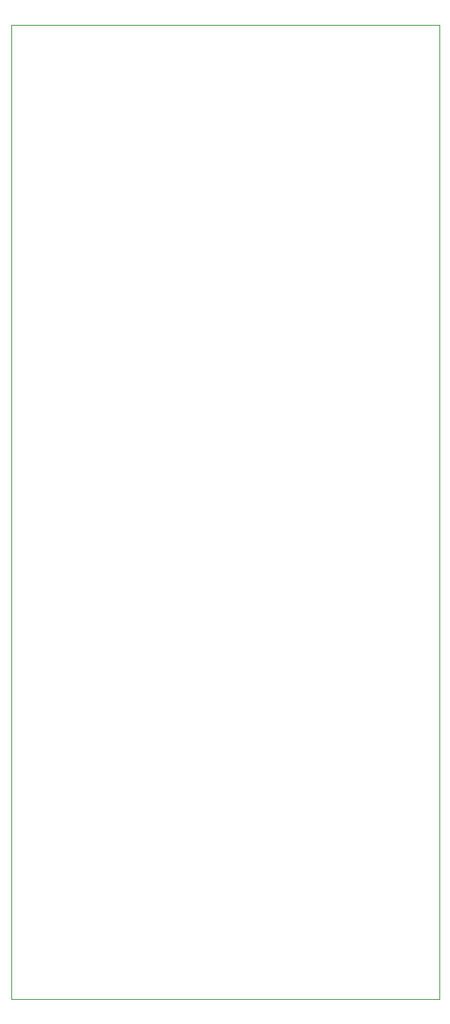
<source format=gbr>
G04 #@! TF.GenerationSoftware,KiCad,Pcbnew,(5.1.4-0-10_14)*
G04 #@! TF.CreationDate,2019-08-29T11:55:18-07:00*
G04 #@! TF.ProjectId,pcb-dualdrum-dev1,7063622d-6475-4616-9c64-72756d2d6465,rev?*
G04 #@! TF.SameCoordinates,Original*
G04 #@! TF.FileFunction,Profile,NP*
%FSLAX46Y46*%
G04 Gerber Fmt 4.6, Leading zero omitted, Abs format (unit mm)*
G04 Created by KiCad (PCBNEW (5.1.4-0-10_14)) date 2019-08-29 11:55:18*
%MOMM*%
%LPD*%
G04 APERTURE LIST*
%ADD10C,0.100000*%
G04 APERTURE END LIST*
D10*
X5080Y0D02*
X48005080Y0D01*
X48005080Y0D02*
X48005080Y109220000D01*
X48005080Y109220000D02*
X5080Y109220000D01*
X5080Y0D02*
X5080Y109220000D01*
M02*

</source>
